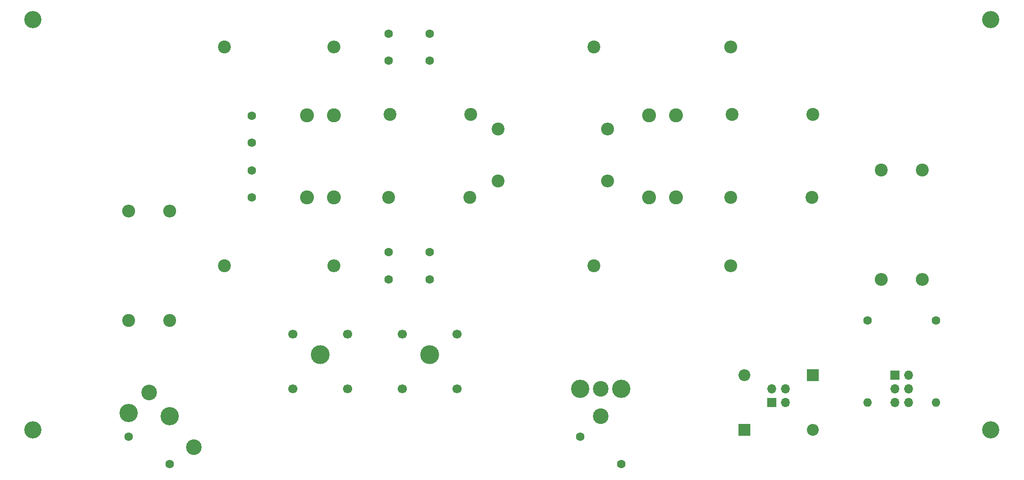
<source format=gts>
G04 #@! TF.GenerationSoftware,KiCad,Pcbnew,7.0.6-0*
G04 #@! TF.CreationDate,2023-08-07T07:56:58+08:00*
G04 #@! TF.ProjectId,aes17_filter_25,61657331-375f-4666-996c-7465725f3235,rev?*
G04 #@! TF.SameCoordinates,Original*
G04 #@! TF.FileFunction,Soldermask,Top*
G04 #@! TF.FilePolarity,Negative*
%FSLAX46Y46*%
G04 Gerber Fmt 4.6, Leading zero omitted, Abs format (unit mm)*
G04 Created by KiCad (PCBNEW 7.0.6-0) date 2023-08-07 07:56:58*
%MOMM*%
%LPD*%
G01*
G04 APERTURE LIST*
%ADD10C,1.700000*%
%ADD11C,3.500000*%
%ADD12C,2.400000*%
%ADD13O,2.400000X2.400000*%
%ADD14C,1.600000*%
%ADD15C,3.400000*%
%ADD16C,2.900000*%
%ADD17C,3.200000*%
%ADD18C,2.600000*%
%ADD19R,2.200000X2.200000*%
%ADD20O,2.200000X2.200000*%
%ADD21O,1.600000X1.600000*%
%ADD22R,1.700000X1.700000*%
%ADD23O,1.700000X1.700000*%
G04 APERTURE END LIST*
D10*
X124460000Y-121920000D03*
X134620000Y-121920000D03*
X124460000Y-111760000D03*
X134620000Y-111760000D03*
D11*
X129540000Y-115560000D03*
D12*
X200660000Y-70880000D03*
X185660000Y-70880000D03*
X73660000Y-109220000D03*
D13*
X73660000Y-88900000D03*
D14*
X157480000Y-130810000D03*
X165100000Y-135890000D03*
D15*
X157480000Y-121920000D03*
X165100000Y-121920000D03*
D16*
X161290000Y-121920000D03*
X161290000Y-127000000D03*
D17*
X233680000Y-53340000D03*
D14*
X96520000Y-76200000D03*
X96520000Y-71200000D03*
D12*
X220980000Y-81280000D03*
D13*
X220980000Y-101600000D03*
D12*
X160020000Y-58420000D03*
D13*
X185420000Y-58420000D03*
D14*
X73660000Y-130810000D03*
X81280000Y-135890000D03*
D15*
X81280000Y-127000000D03*
X73660000Y-126365000D03*
D16*
X77470000Y-122550000D03*
X85720000Y-132720000D03*
D18*
X106760000Y-71120000D03*
X111760000Y-71120000D03*
D14*
X121920000Y-55960000D03*
X121920000Y-60960000D03*
D12*
X160020000Y-99060000D03*
D13*
X185420000Y-99060000D03*
D18*
X106760000Y-86360000D03*
X111760000Y-86360000D03*
D19*
X187960000Y-129540000D03*
D20*
X187960000Y-119380000D03*
D12*
X121920000Y-86360000D03*
X136920000Y-86360000D03*
D14*
X129540000Y-101520000D03*
X129540000Y-96520000D03*
D12*
X213360000Y-81280000D03*
D13*
X213360000Y-101600000D03*
D12*
X142207136Y-83314162D03*
D13*
X162527136Y-83314162D03*
D12*
X185420000Y-86360000D03*
X200420000Y-86360000D03*
D14*
X223520000Y-109220000D03*
D21*
X223520000Y-124460000D03*
D19*
X200660000Y-119380000D03*
D20*
X200660000Y-129540000D03*
D22*
X193040000Y-124460000D03*
D23*
X195580000Y-121920000D03*
X195580000Y-124460000D03*
X193040000Y-121920000D03*
D17*
X55880000Y-53340000D03*
D18*
X170260000Y-71120000D03*
X175260000Y-71120000D03*
D17*
X55880000Y-129540000D03*
D12*
X81280000Y-109220000D03*
D13*
X81280000Y-88900000D03*
D14*
X129540000Y-55960000D03*
X129540000Y-60960000D03*
D12*
X142240000Y-73660000D03*
D13*
X162560000Y-73660000D03*
D14*
X210820000Y-109220000D03*
D21*
X210820000Y-124460000D03*
D18*
X170260000Y-86360000D03*
X175260000Y-86360000D03*
D10*
X104140000Y-121920000D03*
X114300000Y-121920000D03*
X104140000Y-111760000D03*
X114300000Y-111760000D03*
D11*
X109220000Y-115560000D03*
D14*
X96520000Y-86360000D03*
X96520000Y-81360000D03*
D23*
X215900000Y-124460000D03*
D22*
X215900000Y-119380000D03*
D23*
X215900000Y-121920000D03*
X218440000Y-124460000D03*
X218440000Y-119380000D03*
X218440000Y-121920000D03*
D12*
X137160000Y-70880000D03*
X122160000Y-70880000D03*
X91440000Y-58420000D03*
D13*
X111760000Y-58420000D03*
D12*
X91440000Y-99060000D03*
D13*
X111760000Y-99060000D03*
D17*
X233680000Y-129540000D03*
D14*
X121920000Y-101520000D03*
X121920000Y-96520000D03*
M02*

</source>
